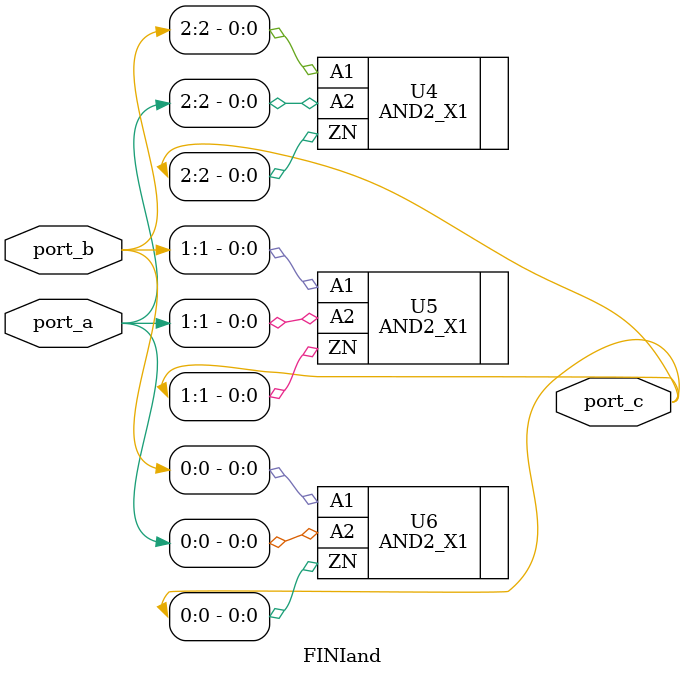
<source format=v>

module FINIand ( port_a, port_b, port_c );
  input [2:0] port_a;
  input [2:0] port_b;
  output [2:0] port_c;


  AND2_X1 U4 ( .A1(port_b[2]), .A2(port_a[2]), .ZN(port_c[2]) );
  AND2_X1 U5 ( .A1(port_b[1]), .A2(port_a[1]), .ZN(port_c[1]) );
  AND2_X1 U6 ( .A1(port_b[0]), .A2(port_a[0]), .ZN(port_c[0]) );
endmodule


</source>
